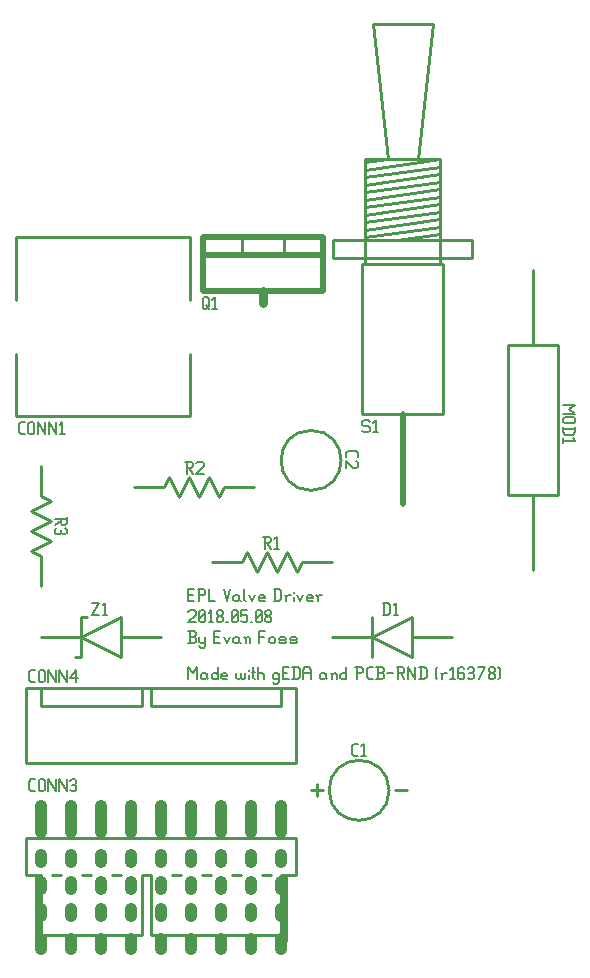
<source format=gbr>
G04 start of page 10 for group 1 layer_idx 8 *
G04 Title: (unknown), top_silk *
G04 Creator: pcb-rnd 2.0.0 *
G04 CreationDate: 2018-06-06 15:15:13 UTC *
G04 For:  *
G04 Format: Gerber/RS-274X *
G04 PCB-Dimensions: 500000 500000 *
G04 PCB-Coordinate-Origin: lower left *
%MOIN*%
%FSLAX25Y25*%
%LNTOPSILK*%
%ADD98C,0.0070*%
%ADD97C,0.0150*%
%ADD96C,0.0300*%
%ADD95C,0.0200*%
%ADD94C,0.0100*%
%ADD93C,0.0400*%
G54D93*X269001Y186073D02*Y183873D01*
X259001Y186073D02*Y183873D01*
G54D94*X245501Y177573D02*X289001D01*
G54D93*X269001Y176073D02*Y172873D01*
X259001Y176073D02*Y172873D01*
X249001Y176073D02*Y172873D01*
X279001Y186073D02*Y183873D01*
Y176073D02*Y172873D01*
X289001Y176073D02*Y172873D01*
X239001Y186073D02*Y183873D01*
X229001Y186073D02*Y183873D01*
X239001Y176073D02*Y172873D01*
X229001Y176073D02*Y172873D01*
X209001Y176073D02*Y172873D01*
G54D94*Y177573D02*X242501D01*
G54D93*X219001Y186073D02*Y183873D01*
Y176073D02*Y172873D01*
G54D95*X262880Y410000D02*X302880D01*
X262880D02*X302880D01*
Y404000D02*X262880D01*
G54D94*X275880Y410000D02*Y404000D01*
X289880Y410000D02*Y404000D01*
G54D95*X262880Y392000D02*Y410000D01*
Y404000D02*Y410000D01*
G54D96*X282880Y388000D02*Y392000D01*
G54D95*X302880Y410000D02*Y392000D01*
X262880D01*
X302880Y410000D02*Y404000D01*
G54D94*X270000Y326660D02*X280000D01*
X265000Y329993D02*X268333Y323327D01*
X270000Y326660D01*
X266000Y301660D02*X276000D01*
X277666Y304993D01*
X281000Y298327D01*
X294001Y209773D02*Y197273D01*
X289001D02*X294001D01*
X282501D02*X285501D01*
G54D93*X289001Y204073D02*Y201873D01*
G54D94*X281000Y298327D02*X282666Y301660D01*
X284333Y304993D01*
X287666Y298327D01*
X289333Y301660D01*
X291000Y304993D01*
X294333Y298327D01*
X289001Y197273D02*Y177573D01*
G54D93*Y186073D02*Y183873D01*
Y195073D02*Y192873D01*
Y220273D02*Y211773D01*
G54D94*X289000Y253860D02*Y259860D01*
X294000D02*Y234860D01*
X332666Y283326D02*X319333Y276660D01*
X332666Y269994D02*X319333Y276660D01*
Y283326D02*Y269994D01*
X306000Y276660D02*X319333D01*
X332666D02*X346000D01*
X332666Y283326D02*Y269994D01*
X296000Y301660D02*X306000D01*
X294333Y298327D02*X296000Y301660D01*
G54D97*X290251Y196973D02*Y175873D01*
G54D94*X317000Y436000D02*X342000D01*
X319500Y481000D02*X339500D01*
X319500D02*X324500Y436000D01*
X339500Y481000D02*X334500Y436000D01*
X317000D02*Y401000D01*
X342000Y423500D02*X317000Y420000D01*
X342000Y421000D02*X317000Y417500D01*
X342000Y411000D02*X327800Y409000D01*
X317000Y435000D02*X324200Y436000D01*
X342000Y418500D02*X317000Y415000D01*
X342000Y416000D02*X317000Y412500D01*
X342000Y413500D02*X317000Y410000D01*
X342000Y436000D02*X317000Y432500D01*
X342000Y433500D02*X317000Y430000D01*
X342000Y431000D02*X317000Y427500D01*
X342000Y428500D02*X317000Y425000D01*
X342000Y426000D02*X317000Y422500D01*
X342000Y436000D02*Y401000D01*
X316000D02*X343000D01*
X317000D02*X342000D01*
X343000D02*Y351000D01*
X316000D02*X343000D01*
X316000Y401000D02*Y351000D01*
X306250Y403000D02*X352750D01*
Y409000D02*Y403000D01*
X306250Y409000D02*X352750D01*
X306250D02*Y403000D01*
X373000Y399160D02*Y374160D01*
X364667D02*X381333D01*
G54D95*X329500Y351000D02*Y321000D01*
G54D94*X373000Y324160D02*Y299160D01*
X381333Y374160D02*Y324160D01*
X364667Y374160D02*Y324160D01*
X381333D01*
G54D93*X239001Y220273D02*Y211773D01*
X219001Y220273D02*Y211773D01*
X229001Y204073D02*Y201873D01*
Y220273D02*Y211773D01*
G54D94*X222501Y197273D02*X225501D01*
X235666Y276660D02*X249000D01*
X235666Y283326D02*Y269994D01*
Y283326D02*X222333Y276660D01*
X235666Y269994D02*X222333Y276660D01*
Y283326D02*Y269994D01*
Y283326D02*X224333D01*
G54D93*X249001Y220273D02*Y211773D01*
X229001Y195073D02*Y192873D01*
G54D94*X242501Y197273D02*X245501D01*
X240000Y326660D02*X250000D01*
X258500Y410010D02*X200500D01*
Y389160D01*
Y350310D02*Y371160D01*
X258500Y409176D03*
X250000Y326660D02*X251666Y329993D01*
X258500Y350310D02*Y371160D01*
X200500Y350310D02*X258500D01*
Y410010D02*Y389160D01*
X251666Y329993D02*X255000Y323327D01*
X256666Y326660D01*
X258333Y329993D01*
X261666Y323327D01*
X263333Y326660D01*
X265000Y329993D01*
X204001Y209773D02*Y197273D01*
X209001D01*
X212501D02*X215501D01*
G54D93*X209001Y195073D02*Y192873D01*
G54D94*X209000Y276660D02*X222333D01*
Y269994D02*X220333D01*
X209000Y333660D02*Y323660D01*
X212333Y321994D01*
X205667Y318660D01*
X209000Y316994D01*
X212333Y315327D01*
X205667Y311994D01*
X209000Y303660D02*Y293660D01*
X205667Y311994D02*X209000Y310327D01*
X212333Y308660D01*
X205667Y305327D01*
X209000Y303660D01*
G54D93*X209001Y204073D02*Y201873D01*
Y220273D02*Y211773D01*
G54D94*Y197273D02*Y177573D01*
G54D93*Y186073D02*Y183873D01*
G54D97*X207751Y196973D02*Y175573D01*
G54D94*X242501Y197273D02*Y177573D01*
G54D93*X249001Y186073D02*Y183873D01*
Y195073D02*Y192873D01*
G54D94*X245501Y197273D02*Y177573D01*
G54D93*X279001Y220273D02*Y211773D01*
X269001Y220273D02*Y211773D01*
X259001Y220273D02*Y211773D01*
G54D94*X272501Y197273D02*X275501D01*
G54D93*X279001Y195073D02*Y192873D01*
Y204073D02*Y201873D01*
G54D94*X262501Y197273D02*X265501D01*
X327000Y225660D02*X331000D01*
X299000D02*X303000D01*
X301000Y227660D02*Y223660D01*
G54D93*X269001Y195073D02*Y192873D01*
X259001Y195073D02*Y192873D01*
G54D94*X232501Y197273D02*X235501D01*
G54D93*X239001Y195073D02*Y192873D01*
G54D94*X252501Y197273D02*X255501D01*
G54D93*X219001Y195073D02*Y192873D01*
X239001Y204073D02*Y201873D01*
X219001Y204073D02*Y201873D01*
G54D94*X204000Y234860D02*X294000D01*
G54D93*X269001Y204073D02*Y201873D01*
X259001Y204073D02*Y201873D01*
X249001Y204073D02*Y201873D01*
G54D94*X204001Y209773D02*X294001D01*
X204000Y259860D02*X294000D01*
X209000Y253860D02*Y259860D01*
Y253860D02*X242500D01*
X204000Y259860D02*Y234860D01*
X242500Y253860D02*Y259860D01*
X245500D02*Y253860D01*
X289000D01*
X299000Y345660D02*G75*G03X299000Y325660I0J-10000D01*G01*
G75*G03X299000Y345660I0J10000D01*G01*
X305000Y225660D02*G75*G03X325000Y225660I10000J0D01*G01*
G75*G03X305000Y225660I-10000J0D01*G01*
G54D98*X205700Y261660D02*X207000D01*
X205000Y262360D02*X205700Y261660D01*
X205000Y264960D02*Y262360D01*
Y264960D02*X205700Y265660D01*
X207000D01*
X208200Y265160D02*Y262160D01*
Y265160D02*X208700Y265660D01*
X209700D01*
X210200Y265160D01*
Y262160D01*
X209700Y261660D02*X210200Y262160D01*
X208700Y261660D02*X209700D01*
X208200Y262160D02*X208700Y261660D01*
X211400Y265660D02*Y261660D01*
Y265660D02*X213900Y261660D01*
Y265660D02*Y261660D01*
X215100Y265660D02*Y261660D01*
Y265660D02*X217600Y261660D01*
Y265660D02*Y261660D01*
X218800Y263160D02*X220800Y265660D01*
X218800Y263160D02*X221300D01*
X220800Y265660D02*Y261660D01*
X205701Y225273D02*X207001D01*
X205001Y225973D02*X205701Y225273D01*
X205001Y228573D02*Y225973D01*
Y228573D02*X205701Y229273D01*
X207001D01*
X208201Y228773D02*Y225773D01*
Y228773D02*X208701Y229273D01*
X209701D01*
X210201Y228773D01*
Y225773D01*
X209701Y225273D02*X210201Y225773D01*
X208701Y225273D02*X209701D01*
X208201Y225773D02*X208701Y225273D01*
X211401Y229273D02*Y225273D01*
Y229273D02*X213901Y225273D01*
Y229273D02*Y225273D01*
X215101Y229273D02*Y225273D01*
Y229273D02*X217601Y225273D01*
Y229273D02*Y225273D01*
X218801Y228773D02*X219301Y229273D01*
X220301D01*
X220801Y228773D01*
X220301Y225273D02*X220801Y225773D01*
X219301Y225273D02*X220301D01*
X218801Y225773D02*X219301Y225273D01*
Y227473D02*X220301D01*
X220801Y228773D02*Y227973D01*
Y226973D02*Y225773D01*
Y226973D02*X220301Y227473D01*
X220801Y227973D02*X220301Y227473D01*
X258000Y285160D02*X258500Y285660D01*
X260000D01*
X260500Y285160D01*
Y284160D01*
X258000Y281660D02*X260500Y284160D01*
X258000Y281660D02*X260500D01*
X261700Y282160D02*X262200Y281660D01*
X261700Y285160D02*Y282160D01*
Y285160D02*X262200Y285660D01*
X263200D01*
X263700Y285160D01*
Y282160D01*
X263200Y281660D02*X263700Y282160D01*
X262200Y281660D02*X263200D01*
X261700Y282660D02*X263700Y284660D01*
X264900Y284860D02*X265700Y285660D01*
Y281660D01*
X264900D02*X266400D01*
X267600Y282160D02*X268100Y281660D01*
X267600Y282960D02*Y282160D01*
Y282960D02*X268300Y283660D01*
X268900D01*
X269600Y282960D01*
Y282160D01*
X269100Y281660D02*X269600Y282160D01*
X268100Y281660D02*X269100D01*
X267600Y284360D02*X268300Y283660D01*
X267600Y285160D02*Y284360D01*
Y285160D02*X268100Y285660D01*
X269100D01*
X269600Y285160D01*
Y284360D01*
X268900Y283660D02*X269600Y284360D01*
X270800Y281660D02*X271300D01*
X272500Y282160D02*X273000Y281660D01*
X272500Y285160D02*Y282160D01*
Y285160D02*X273000Y285660D01*
X274000D01*
X274500Y285160D01*
Y282160D01*
X274000Y281660D02*X274500Y282160D01*
X273000Y281660D02*X274000D01*
X272500Y282660D02*X274500Y284660D01*
X275700Y285660D02*X277700D01*
X275700D02*Y283660D01*
X276200Y284160D01*
X277200D01*
X277700Y283660D01*
Y282160D01*
X277200Y281660D02*X277700Y282160D01*
X276200Y281660D02*X277200D01*
X275700Y282160D02*X276200Y281660D01*
X278900D02*X279400D01*
X280600Y282160D02*X281100Y281660D01*
X280600Y285160D02*Y282160D01*
Y285160D02*X281100Y285660D01*
X282100D01*
X282600Y285160D01*
Y282160D01*
X282100Y281660D02*X282600Y282160D01*
X281100Y281660D02*X282100D01*
X280600Y282660D02*X282600Y284660D01*
X283800Y282160D02*X284300Y281660D01*
X283800Y282960D02*Y282160D01*
Y282960D02*X284500Y283660D01*
X285100D01*
X285800Y282960D01*
Y282160D01*
X285300Y281660D02*X285800Y282160D01*
X284300Y281660D02*X285300D01*
X283800Y284360D02*X284500Y283660D01*
X283800Y285160D02*Y284360D01*
Y285160D02*X284300Y285660D01*
X285300D01*
X285800Y285160D01*
Y284360D01*
X285100Y283660D02*X285800Y284360D01*
X258000Y290860D02*X259500D01*
X258000Y288660D02*X260000D01*
X258000Y292660D02*Y288660D01*
Y292660D02*X260000D01*
X261700D02*Y288660D01*
X261200Y292660D02*X263200D01*
X263700Y292160D01*
Y291160D01*
X263200Y290660D02*X263700Y291160D01*
X261700Y290660D02*X263200D01*
X264900Y292660D02*Y288660D01*
X266900D01*
X269900Y292660D02*X270900Y288660D01*
X271900Y292660D01*
X274600Y290660D02*X275100Y290160D01*
X273600Y290660D02*X274600D01*
X273100Y290160D02*X273600Y290660D01*
X273100Y290160D02*Y289160D01*
X273600Y288660D01*
X275100Y290660D02*Y289160D01*
X275600Y288660D01*
X273600D02*X274600D01*
X275100Y289160D01*
X276800Y292660D02*Y289160D01*
X277300Y288660D01*
X278300Y290660D02*X279300Y288660D01*
X280300Y290660D02*X279300Y288660D01*
X282000D02*X283500D01*
X281500Y289160D02*X282000Y288660D01*
X281500Y290160D02*Y289160D01*
Y290160D02*X282000Y290660D01*
X283000D01*
X283500Y290160D01*
X281500Y289660D02*X283500D01*
Y290160D02*Y289660D01*
X287000Y292660D02*Y288660D01*
X288300Y292660D02*X289000Y291960D01*
Y289360D01*
X288300Y288660D02*X289000Y289360D01*
X286500Y288660D02*X288300D01*
X286500Y292660D02*X288300D01*
X290700Y290160D02*Y288660D01*
Y290160D02*X291200Y290660D01*
X292200D01*
X290200D02*X290700Y290160D01*
X293400Y291660D02*Y291560D01*
Y290160D02*Y288660D01*
X294400Y290660D02*X295400Y288660D01*
X296400Y290660D02*X295400Y288660D01*
X298100D02*X299600D01*
X297600Y289160D02*X298100Y288660D01*
X297600Y290160D02*Y289160D01*
Y290160D02*X298100Y290660D01*
X299100D01*
X299600Y290160D01*
X297600Y289660D02*X299600D01*
Y290160D02*Y289660D01*
X301300Y290160D02*Y288660D01*
Y290160D02*X301800Y290660D01*
X302800D01*
X300800D02*X301300Y290160D01*
X258000Y274660D02*X260000D01*
X260500Y275160D01*
Y276360D02*Y275160D01*
X260000Y276860D02*X260500Y276360D01*
X258500Y276860D02*X260000D01*
X258500Y278660D02*Y274660D01*
X258000Y278660D02*X260000D01*
X260500Y278160D01*
Y277360D01*
X260000Y276860D02*X260500Y277360D01*
X261700Y276660D02*Y275160D01*
X262200Y274660D01*
X263700Y276660D02*Y273660D01*
X263200Y273160D02*X263700Y273660D01*
X262200Y273160D02*X263200D01*
X261700Y273660D02*X262200Y273160D01*
Y274660D02*X263200D01*
X263700Y275160D01*
X266700Y276860D02*X268200D01*
X266700Y274660D02*X268700D01*
X266700Y278660D02*Y274660D01*
Y278660D02*X268700D01*
X269900Y276660D02*X270900Y274660D01*
X271900Y276660D02*X270900Y274660D01*
X274600Y276660D02*X275100Y276160D01*
X273600Y276660D02*X274600D01*
X273100Y276160D02*X273600Y276660D01*
X273100Y276160D02*Y275160D01*
X273600Y274660D01*
X275100Y276660D02*Y275160D01*
X275600Y274660D01*
X273600D02*X274600D01*
X275100Y275160D01*
X277300Y276160D02*Y274660D01*
Y276160D02*X277800Y276660D01*
X278300D01*
X278800Y276160D01*
Y274660D01*
X276800Y276660D02*X277300Y276160D01*
X281800Y278660D02*Y274660D01*
Y278660D02*X283800D01*
X281800Y276860D02*X283300D01*
X285000Y276160D02*Y275160D01*
Y276160D02*X285500Y276660D01*
X286500D01*
X287000Y276160D01*
Y275160D01*
X286500Y274660D02*X287000Y275160D01*
X285500Y274660D02*X286500D01*
X285000Y275160D02*X285500Y274660D01*
X288700D02*X290200D01*
X290700Y275160D01*
X290200Y275660D02*X290700Y275160D01*
X288700Y275660D02*X290200D01*
X288200Y276160D02*X288700Y275660D01*
X288200Y276160D02*X288700Y276660D01*
X290200D01*
X290700Y276160D01*
X288200Y275160D02*X288700Y274660D01*
X292400D02*X293900D01*
X294400Y275160D01*
X293900Y275660D02*X294400Y275160D01*
X292400Y275660D02*X293900D01*
X291900Y276160D02*X292400Y275660D01*
X291900Y276160D02*X292400Y276660D01*
X293900D01*
X294400Y276160D01*
X291900Y275160D02*X292400Y274660D01*
X283000Y310160D02*X285000D01*
X285500Y309660D01*
Y308660D01*
X285000Y308160D02*X285500Y308660D01*
X283500Y308160D02*X285000D01*
X283500Y310160D02*Y306160D01*
X284300Y308160D02*X285500Y306160D01*
X286700Y309360D02*X287500Y310160D01*
Y306160D01*
X286700D02*X288200D01*
X323333Y288160D02*Y284160D01*
X324633Y288160D02*X325333Y287460D01*
Y284860D01*
X324633Y284160D02*X325333Y284860D01*
X322833Y284160D02*X324633D01*
X322833Y288160D02*X324633D01*
X326533Y287360D02*X327333Y288160D01*
Y284160D01*
X326533D02*X328033D01*
X310535Y337973D02*Y336673D01*
X311235Y338673D02*X310535Y337973D01*
X311235Y338673D02*X313835D01*
X314535Y337973D01*
Y336673D01*
X314035Y335473D02*X314535Y334973D01*
Y333473D01*
X314035Y332973D01*
X313035D02*X314035D01*
X310535Y335473D02*X313035Y332973D01*
X310535Y335473D02*Y332973D01*
X313200Y237160D02*X314500D01*
X312500Y237860D02*X313200Y237160D01*
X312500Y240460D02*Y237860D01*
Y240460D02*X313200Y241160D01*
X314500D01*
X315700Y240360D02*X316500Y241160D01*
Y237160D01*
X315700D02*X317200D01*
X262880Y389500D02*Y386500D01*
Y389500D02*X263380Y390000D01*
X264380D01*
X264880Y389500D01*
Y387000D01*
X263880Y386000D02*X264880Y387000D01*
X263380Y386000D02*X263880D01*
X262880Y386500D02*X263380Y386000D01*
X263880Y387500D02*X264880Y386000D01*
X266080Y389200D02*X266880Y390000D01*
Y386000D01*
X266080D02*X267580D01*
X257000Y335160D02*X259000D01*
X259500Y334660D01*
Y333660D01*
X259000Y333160D02*X259500Y333660D01*
X257500Y333160D02*X259000D01*
X257500Y335160D02*Y331160D01*
X258300Y333160D02*X259500Y331160D01*
X260700Y334660D02*X261200Y335160D01*
X262700D01*
X263200Y334660D01*
Y333660D01*
X260700Y331160D02*X263200Y333660D01*
X260700Y331160D02*X263200D01*
X318000Y349000D02*X318500Y348500D01*
X316500Y349000D02*X318000D01*
X316000Y348500D02*X316500Y349000D01*
X316000Y348500D02*Y347500D01*
X316500Y347000D01*
X318000D01*
X318500Y346500D01*
Y345500D01*
X318000Y345000D02*X318500Y345500D01*
X316500Y345000D02*X318000D01*
X316000Y345500D02*X316500Y345000D01*
X319700Y348200D02*X320500Y349000D01*
Y345000D01*
X319700D02*X321200D01*
X383000Y354160D02*X387000D01*
X385000Y352660D01*
X387000Y351160D01*
X383000D02*X387000D01*
X383500Y349960D02*X386500D01*
X387000Y349460D01*
Y348460D01*
X386500Y347960D01*
X383500D02*X386500D01*
X383000Y348460D02*X383500Y347960D01*
X383000Y349460D02*Y348460D01*
X383500Y349960D02*X383000Y349460D01*
Y346260D02*X387000D01*
Y344960D02*X386300Y344260D01*
X383700D02*X386300D01*
X383000Y344960D02*X383700Y344260D01*
X383000Y346760D02*Y344960D01*
X387000Y346760D02*Y344960D01*
X386200Y343060D02*X387000Y342260D01*
X383000D02*X387000D01*
X383000Y343060D02*Y341560D01*
X225833Y288160D02*X228333D01*
X225833Y284160D02*X228333Y288160D01*
X225833Y284160D02*X228333D01*
X229533Y287360D02*X230333Y288160D01*
Y284160D01*
X229533D02*X231033D01*
X217500Y316660D02*Y314660D01*
X217000Y314160D01*
X216000D02*X217000D01*
X215500Y314660D02*X216000Y314160D01*
X215500Y316160D02*Y314660D01*
X213500Y316160D02*X217500D01*
X215500Y315360D02*X213500Y314160D01*
X217000Y312960D02*X217500Y312460D01*
Y311460D01*
X217000Y310960D01*
X213500Y311460D02*X214000Y310960D01*
X213500Y312460D02*Y311460D01*
X214000Y312960D02*X213500Y312460D01*
X215700D02*Y311460D01*
X216200Y310960D02*X217000D01*
X214000D02*X215200D01*
X215700Y311460D01*
X216200Y310960D02*X215700Y311460D01*
X202237Y344350D02*X203537D01*
X201537Y345050D02*X202237Y344350D01*
X201537Y347650D02*Y345050D01*
Y347650D02*X202237Y348350D01*
X203537D01*
X204737Y347850D02*Y344850D01*
Y347850D02*X205237Y348350D01*
X206237D01*
X206737Y347850D01*
Y344850D01*
X206237Y344350D02*X206737Y344850D01*
X205237Y344350D02*X206237D01*
X204737Y344850D02*X205237Y344350D01*
X207937Y348350D02*Y344350D01*
Y348350D02*X210437Y344350D01*
Y348350D02*Y344350D01*
X211637Y348350D02*Y344350D01*
Y348350D02*X214137Y344350D01*
Y348350D02*Y344350D01*
X215337Y347550D02*X216137Y348350D01*
Y344350D01*
X215337D02*X216837D01*
X258000Y266660D02*Y262660D01*
Y266660D02*X259500Y264660D01*
X261000Y266660D01*
Y262660D01*
X263700Y264660D02*X264200Y264160D01*
X262700Y264660D02*X263700D01*
X262200Y264160D02*X262700Y264660D01*
X262200Y264160D02*Y263160D01*
X262700Y262660D01*
X264200Y264660D02*Y263160D01*
X264700Y262660D01*
X262700D02*X263700D01*
X264200Y263160D01*
X267900Y266660D02*Y262660D01*
X267400D02*X267900Y263160D01*
X266400Y262660D02*X267400D01*
X265900Y263160D02*X266400Y262660D01*
X265900Y264160D02*Y263160D01*
Y264160D02*X266400Y264660D01*
X267400D01*
X267900Y264160D01*
X269600Y262660D02*X271100D01*
X269100Y263160D02*X269600Y262660D01*
X269100Y264160D02*Y263160D01*
Y264160D02*X269600Y264660D01*
X270600D01*
X271100Y264160D01*
X269100Y263660D02*X271100D01*
Y264160D02*Y263660D01*
X274100Y264660D02*Y263160D01*
X274600Y262660D01*
X275100D01*
X275600Y263160D01*
Y264660D02*Y263160D01*
X276100Y262660D01*
X276600D01*
X277100Y263160D01*
Y264660D02*Y263160D01*
X278300Y265660D02*Y265560D01*
Y264160D02*Y262660D01*
X279800Y266660D02*Y263160D01*
X280300Y262660D01*
X279300Y265160D02*X280300D01*
X281300Y266660D02*Y262660D01*
Y264160D02*X281800Y264660D01*
X282800D01*
X283300Y264160D01*
Y262660D01*
X287800Y264660D02*X288300Y264160D01*
X286800Y264660D02*X287800D01*
X286300Y264160D02*X286800Y264660D01*
X286300Y264160D02*Y263160D01*
X286800Y262660D01*
X287800D01*
X288300Y263160D01*
X286300Y261660D02*X286800Y261160D01*
X287800D01*
X288300Y261660D01*
Y264660D02*Y261660D01*
X289500Y264860D02*X291000D01*
X289500Y262660D02*X291500D01*
X289500Y266660D02*Y262660D01*
Y266660D02*X291500D01*
X293200D02*Y262660D01*
X294500Y266660D02*X295200Y265960D01*
Y263360D01*
X294500Y262660D02*X295200Y263360D01*
X292700Y262660D02*X294500D01*
X292700Y266660D02*X294500D01*
X296400Y265660D02*Y262660D01*
Y265660D02*X297100Y266660D01*
X298200D01*
X298900Y265660D01*
Y262660D01*
X296400Y264660D02*X298900D01*
X303400D02*X303900Y264160D01*
X302400Y264660D02*X303400D01*
X301900Y264160D02*X302400Y264660D01*
X301900Y264160D02*Y263160D01*
X302400Y262660D01*
X303900Y264660D02*Y263160D01*
X304400Y262660D01*
X302400D02*X303400D01*
X303900Y263160D01*
X306100Y264160D02*Y262660D01*
Y264160D02*X306600Y264660D01*
X307100D01*
X307600Y264160D01*
Y262660D01*
X305600Y264660D02*X306100Y264160D01*
X310800Y266660D02*Y262660D01*
X310300D02*X310800Y263160D01*
X309300Y262660D02*X310300D01*
X308800Y263160D02*X309300Y262660D01*
X308800Y264160D02*Y263160D01*
Y264160D02*X309300Y264660D01*
X310300D01*
X310800Y264160D01*
X314300Y266660D02*Y262660D01*
X313800Y266660D02*X315800D01*
X316300Y266160D01*
Y265160D01*
X315800Y264660D02*X316300Y265160D01*
X314300Y264660D02*X315800D01*
X318200Y262660D02*X319500D01*
X317500Y263360D02*X318200Y262660D01*
X317500Y265960D02*Y263360D01*
Y265960D02*X318200Y266660D01*
X319500D01*
X320700Y262660D02*X322700D01*
X323200Y263160D01*
Y264360D02*Y263160D01*
X322700Y264860D02*X323200Y264360D01*
X321200Y264860D02*X322700D01*
X321200Y266660D02*Y262660D01*
X320700Y266660D02*X322700D01*
X323200Y266160D01*
Y265360D01*
X322700Y264860D02*X323200Y265360D01*
X324400Y264660D02*X326400D01*
X327600Y266660D02*X329600D01*
X330100Y266160D01*
Y265160D01*
X329600Y264660D02*X330100Y265160D01*
X328100Y264660D02*X329600D01*
X328100Y266660D02*Y262660D01*
X328900Y264660D02*X330100Y262660D01*
X331300Y266660D02*Y262660D01*
Y266660D02*X333800Y262660D01*
Y266660D02*Y262660D01*
X335500Y266660D02*Y262660D01*
X336800Y266660D02*X337500Y265960D01*
Y263360D01*
X336800Y262660D02*X337500Y263360D01*
X335000Y262660D02*X336800D01*
X335000Y266660D02*X336800D01*
X340500Y263160D02*X341000Y262660D01*
X340500Y266160D02*X341000Y266660D01*
X340500Y266160D02*Y263160D01*
X342700Y264160D02*Y262660D01*
Y264160D02*X343200Y264660D01*
X344200D01*
X342200D02*X342700Y264160D01*
X345400Y265860D02*X346200Y266660D01*
Y262660D01*
X345400D02*X346900D01*
X349600Y266660D02*X350100Y266160D01*
X348600Y266660D02*X349600D01*
X348100Y266160D02*X348600Y266660D01*
X348100Y266160D02*Y263160D01*
X348600Y262660D01*
X349600Y264860D02*X350100Y264360D01*
X348100Y264860D02*X349600D01*
X348600Y262660D02*X349600D01*
X350100Y263160D01*
Y264360D02*Y263160D01*
X351300Y266160D02*X351800Y266660D01*
X352800D01*
X353300Y266160D01*
X352800Y262660D02*X353300Y263160D01*
X351800Y262660D02*X352800D01*
X351300Y263160D02*X351800Y262660D01*
Y264860D02*X352800D01*
X353300Y266160D02*Y265360D01*
Y264360D02*Y263160D01*
Y264360D02*X352800Y264860D01*
X353300Y265360D02*X352800Y264860D01*
X355000Y262660D02*X357000Y266660D01*
X354500D02*X357000D01*
X358200Y263160D02*X358700Y262660D01*
X358200Y263960D02*Y263160D01*
Y263960D02*X358900Y264660D01*
X359500D01*
X360200Y263960D01*
Y263160D01*
X359700Y262660D02*X360200Y263160D01*
X358700Y262660D02*X359700D01*
X358200Y265360D02*X358900Y264660D01*
X358200Y266160D02*Y265360D01*
Y266160D02*X358700Y266660D01*
X359700D01*
X360200Y266160D01*
Y265360D01*
X359500Y264660D02*X360200Y265360D01*
X361400Y266660D02*X361900Y266160D01*
Y263160D01*
X361400Y262660D02*X361900Y263160D01*
M02*

</source>
